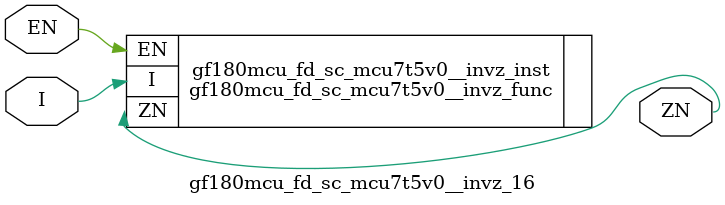
<source format=v>

`ifndef GF180MCU_FD_SC_MCU7T5V0__INVZ_16_V
`define GF180MCU_FD_SC_MCU7T5V0__INVZ_16_V

`include "gf180mcu_fd_sc_mcu7t5v0__invz_func.v"

`ifdef USE_POWER_PINS
module gf180mcu_fd_sc_mcu7t5v0__invz_16( EN, I, ZN, VDD, VSS );
inout VDD, VSS;
`else // If not USE_POWER_PINS
module gf180mcu_fd_sc_mcu7t5v0__invz_16( EN, I, ZN );
`endif // If not USE_POWER_PINS
input EN, I;
output ZN;

`ifdef USE_POWER_PINS
  gf180mcu_fd_sc_mcu7t5v0__invz_func gf180mcu_fd_sc_mcu7t5v0__invz_inst(.EN(EN),.I(I),.ZN(ZN),.VDD(VDD),.VSS(VSS));
`else // If not USE_POWER_PINS
  gf180mcu_fd_sc_mcu7t5v0__invz_func gf180mcu_fd_sc_mcu7t5v0__invz_inst(.EN(EN),.I(I),.ZN(ZN));
`endif // If not USE_POWER_PINS

`ifndef FUNCTIONAL
	// spec_gates_begin


	// spec_gates_end



   specify

	// specify_block_begin

	// comb arc EN --> ZN
	 (EN => ZN) = (1.0,1.0);

	// comb arc I --> ZN
	 (I => ZN) = (1.0,1.0);

	// specify_block_end

   endspecify

   `endif

endmodule
`endif // GF180MCU_FD_SC_MCU7T5V0__INVZ_16_V

</source>
